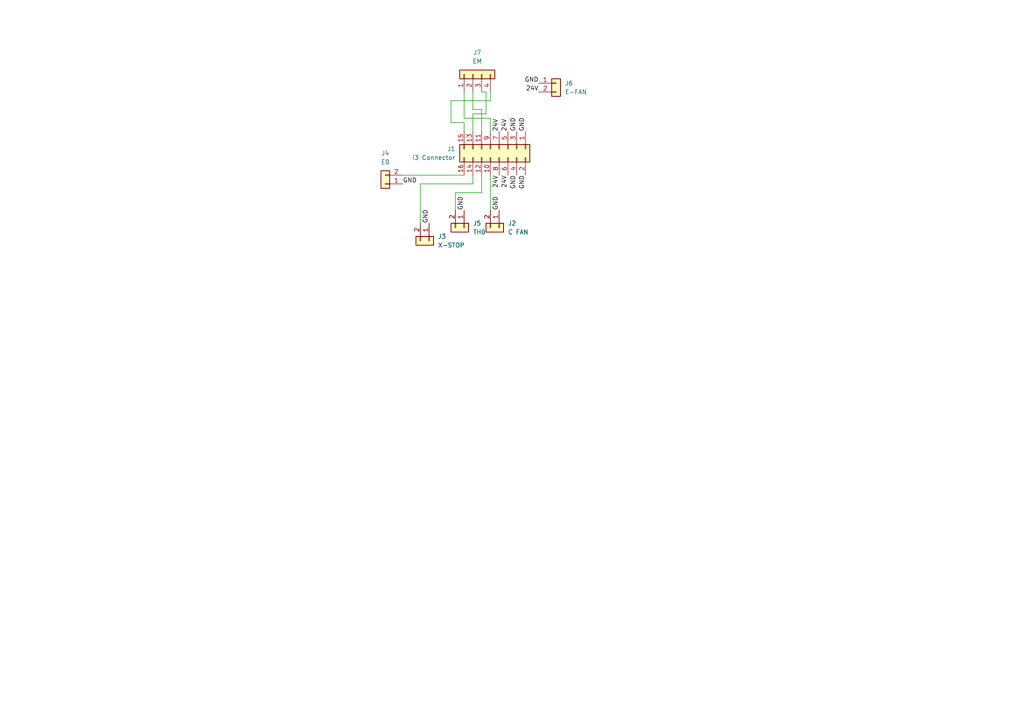
<source format=kicad_sch>
(kicad_sch (version 20250114) (generator "eeschema") (generator_version "9.0")
  (paper "A4")
  (title_block (title "Wanhao I3+ BTT SKR E3 Mini v3.0") (date "2025-07-29") (rev "1") (company "PHiAX"))
  (lib_symbols
    (symbol "Connector_Generic:Conn_01x02" (pin_names (offset 1.016) (hide yes))
      (property "Reference" "J" (at 0 2.54 0))
      (property "Value" "Conn_01x02" (at 0 -5.08 0))
      (symbol "Conn_01x02_1_1"
        (rectangle (start -1.27 1.27) (end 1.27 -3.81) (stroke (width 0.254)) (fill (type background)))
        (rectangle (start -1.27 0.127) (end 0 -0.127) (stroke (width 0.1524)))
        (rectangle (start -1.27 -2.413) (end 0 -2.667) (stroke (width 0.1524)))
        (pin passive line (at -5.08 0 0) (length 3.81) (name "Pin_1") (number "1"))
        (pin passive line (at -5.08 -2.54 0) (length 3.81) (name "Pin_2") (number "2"))
      )
    )
    (symbol "Connector_Generic:Conn_01x04" (pin_names (offset 1.016) (hide yes))
      (property "Reference" "J" (at 0 5.08 0))
      (property "Value" "Conn_01x04" (at 0 -7.62 0))
      (symbol "Conn_01x04_1_1"
        (rectangle (start -1.27 3.81) (end 1.27 -6.35) (stroke (width 0.254)) (fill (type background)))
        (rectangle (start -1.27 2.667) (end 0 2.413) (stroke (width 0.1524)))
        (rectangle (start -1.27 0.127) (end 0 -0.127) (stroke (width 0.1524)))
        (rectangle (start -1.27 -2.413) (end 0 -2.667) (stroke (width 0.1524)))
        (rectangle (start -1.27 -4.953) (end 0 -5.207) (stroke (width 0.1524)))
        (pin passive line (at -5.08 2.54 0) (length 3.81) (name "Pin_1") (number "1"))
        (pin passive line (at -5.08 0 0) (length 3.81) (name "Pin_2") (number "2"))
        (pin passive line (at -5.08 -2.54 0) (length 3.81) (name "Pin_3") (number "3"))
        (pin passive line (at -5.08 -5.08 0) (length 3.81) (name "Pin_4") (number "4"))
      )
    )
    (symbol "Connector_Generic:Conn_02x08_Odd_Even" (pin_names (offset 1.016) (hide yes))
      (property "Reference" "J" (at 1.27 10.16 0))
      (property "Value" "Conn_02x08_Odd_Even" (at 1.27 -12.7 0))
      (symbol "Conn_02x08_Odd_Even_1_1"
        (rectangle (start -1.27 8.89) (end 3.81 -11.43) (stroke (width 0.254)) (fill (type background)))
        (rectangle (start -1.27 7.747) (end 0 7.493) (stroke (width 0.1524)))
        (rectangle (start -1.27 5.207) (end 0 4.953) (stroke (width 0.1524)))
        (rectangle (start -1.27 2.667) (end 0 2.413) (stroke (width 0.1524)))
        (rectangle (start -1.27 0.127) (end 0 -0.127) (stroke (width 0.1524)))
        (rectangle (start -1.27 -2.413) (end 0 -2.667) (stroke (width 0.1524)))
        (rectangle (start -1.27 -4.953) (end 0 -5.207) (stroke (width 0.1524)))
        (rectangle (start -1.27 -7.493) (end 0 -7.747) (stroke (width 0.1524)))
        (rectangle (start -1.27 -10.033) (end 0 -10.287) (stroke (width 0.1524)))
        (rectangle (start 3.81 7.747) (end 2.54 7.493) (stroke (width 0.1524)))
        (rectangle (start 3.81 5.207) (end 2.54 4.953) (stroke (width 0.1524)))
        (rectangle (start 3.81 2.667) (end 2.54 2.413) (stroke (width 0.1524)))
        (rectangle (start 3.81 0.127) (end 2.54 -0.127) (stroke (width 0.1524)))
        (rectangle (start 3.81 -2.413) (end 2.54 -2.667) (stroke (width 0.1524)))
        (rectangle (start 3.81 -4.953) (end 2.54 -5.207) (stroke (width 0.1524)))
        (rectangle (start 3.81 -7.493) (end 2.54 -7.747) (stroke (width 0.1524)))
        (rectangle (start 3.81 -10.033) (end 2.54 -10.287) (stroke (width 0.1524)))
        (pin passive line (at -5.08 7.62 0) (length 3.81) (name "Pin_1") (number "1"))
        (pin passive line (at -5.08 5.08 0) (length 3.81) (name "Pin_3") (number "3"))
        (pin passive line (at -5.08 2.54 0) (length 3.81) (name "Pin_5") (number "5"))
        (pin passive line (at -5.08 0 0) (length 3.81) (name "Pin_7") (number "7"))
        (pin passive line (at -5.08 -2.54 0) (length 3.81) (name "Pin_9") (number "9"))
        (pin passive line (at -5.08 -5.08 0) (length 3.81) (name "Pin_11") (number "11"))
        (pin passive line (at -5.08 -7.62 0) (length 3.81) (name "Pin_13") (number "13"))
        (pin passive line (at -5.08 -10.16 0) (length 3.81) (name "Pin_15") (number "15"))
        (pin passive line (at 7.62 7.62 180) (length 3.81) (name "Pin_2") (number "2"))
        (pin passive line (at 7.62 5.08 180) (length 3.81) (name "Pin_4") (number "4"))
        (pin passive line (at 7.62 2.54 180) (length 3.81) (name "Pin_6") (number "6"))
        (pin passive line (at 7.62 0 180) (length 3.81) (name "Pin_8") (number "8"))
        (pin passive line (at 7.62 -2.54 180) (length 3.81) (name "Pin_10") (number "10"))
        (pin passive line (at 7.62 -5.08 180) (length 3.81) (name "Pin_12") (number "12"))
        (pin passive line (at 7.62 -7.62 180) (length 3.81) (name "Pin_14") (number "14"))
        (pin passive line (at 7.62 -10.16 180) (length 3.81) (name "Pin_16") (number "16"))
      )
    )
  )
  (wire (pts (xy 139.7 50.8) (xy 139.7 55.88)))
  (wire (pts (xy 139.7 55.88) (xy 132.08 55.88)))
  (wire (pts (xy 130.81 35.56) (xy 130.81 29.21)))
  (wire (pts (xy 137.16 53.34) (xy 137.16 50.8)))
  (wire (pts (xy 139.7 38.1) (xy 139.7 31.75)))
  (wire (pts (xy 116.84 50.8) (xy 134.62 50.8)))
  (wire (pts (xy 137.16 33.02) (xy 140.97 33.02)))
  (wire (pts (xy 121.92 53.34) (xy 137.16 53.34)))
  (wire (pts (xy 142.24 29.21) (xy 142.24 26.67)))
  (wire (pts (xy 139.7 31.75) (xy 137.16 31.75)))
  (wire (pts (xy 137.16 31.75) (xy 137.16 26.67)))
  (wire (pts (xy 142.24 38.1) (xy 142.24 34.29)))
  (wire (pts (xy 142.24 34.29) (xy 134.62 34.29)))
  (wire (pts (xy 132.08 55.88) (xy 132.08 60.96)))
  (wire (pts (xy 142.24 50.8) (xy 142.24 60.96)))
  (wire (pts (xy 134.62 35.56) (xy 130.81 35.56)))
  (wire (pts (xy 134.62 34.29) (xy 134.62 26.67)))
  (wire (pts (xy 137.16 38.1) (xy 137.16 33.02)))
  (wire (pts (xy 140.97 33.02) (xy 140.97 26.67)))
  (wire (pts (xy 130.81 29.21) (xy 142.24 29.21)))
  (wire (pts (xy 140.97 26.67) (xy 139.7 26.67)))
  (wire (pts (xy 134.62 38.1) (xy 134.62 35.56)))
  (wire (pts (xy 121.92 64.77) (xy 121.92 53.34)))
  (label "GND" (at 149.86 38.1 90))
  (label "24V" (at 147.32 50.8 270))
  (label "GND" (at 116.84 53.34 0))
  (label "GND" (at 134.62 60.96 90))
  (label "GND" (at 144.78 60.96 90))
  (label "24V" (at 144.78 50.8 270))
  (label "GND" (at 124.46 64.77 90))
  (label "GND" (at 152.4 50.8 270))
  (label "24V" (at 156.21 26.67 180))
  (label "24V" (at 144.78 38.1 90))
  (label "GND" (at 152.4 38.1 90))
  (label "24V" (at 147.32 38.1 90))
  (label "GND" (at 149.86 50.8 270))
  (label "GND" (at 156.21 24.13 180))
  (symbol (lib_id "Connector_Generic:Conn_01x02") (at 161.29 24.13 0) (unit 1)
    (property "Reference" "J6" (at 163.83 24.1299 0) (effects (justify left)))
    (property "Value" "E-FAN" (at 163.83 26.6699 0) (effects (justify left)))
    (property "Footprint" "Connector_JST:JST_XH_B2B-XH-A_1x02_P2.50mm_Vertical" (effects (hide yes)))
    (property "Description" "Generic connector, single row, 01x02, script generated (kicad-library-utils/schlib/autogen/connector/)" (effects (hide yes)))
  )
  (symbol (lib_id "Connector_Generic:Conn_01x02") (at 134.62 66.04 270) (unit 1)
    (property "Reference" "J5" (at 137.16 64.7699 90) (effects (justify left)))
    (property "Value" "TH0" (at 137.16 67.3099 90) (effects (justify left)))
    (property "Footprint" "Connector_JST:JST_XH_B2B-XH-A_1x02_P2.50mm_Vertical" (effects (hide yes)))
    (property "Description" "Generic connector, single row, 01x02, script generated (kicad-library-utils/schlib/autogen/connector/)" (effects (hide yes)))
  )
  (symbol (lib_id "Connector_Generic:Conn_02x08_Odd_Even") (at 144.78 43.18 270) (unit 1)
    (property "Reference" "J1" (at 132.08 43.1799 90) (effects (justify right)))
    (property "Value" "i3 Connector" (at 132.08 45.7199 90) (effects (justify right)))
    (property "Footprint" "Connector_IDC:IDC-Header_2x08_P2.54mm_Vertical" (effects (hide yes)))
    (property "Description" "Generic connector, double row, 02x08, odd/even pin numbering scheme (row 1 odd numbers, row 2 even numbers), script generated (kicad-library-utils/schlib/autogen/connector/)" (effects (hide yes)))
  )
  (symbol (lib_id "Connector_Generic:Conn_01x04") (at 137.16 21.59 90) (unit 1)
    (property "Reference" "J7" (at 138.43 15.24 90))
    (property "Value" "EM" (at 138.43 17.78 90))
    (property "Footprint" "Connector_JST:JST_XH_B4B-XH-A_1x04_P2.50mm_Vertical" (effects (hide yes)))
    (property "Description" "Generic connector, single row, 01x04, script generated (kicad-library-utils/schlib/autogen/connector/)" (effects (hide yes)))
  )
  (symbol (lib_id "Connector_Generic:Conn_01x02") (at 144.78 66.04 270) (unit 1)
    (property "Reference" "J2" (at 147.32 64.7699 90) (effects (justify left)))
    (property "Value" "C FAN" (at 147.32 67.3099 90) (effects (justify left)))
    (property "Footprint" "Connector_JST:JST_XH_B2B-XH-A_1x02_P2.50mm_Vertical" (effects (hide yes)))
    (property "Description" "Generic connector, single row, 01x02, script generated (kicad-library-utils/schlib/autogen/connector/)" (effects (hide yes)))
  )
  (symbol (lib_id "Connector_Generic:Conn_01x02") (at 111.76 53.34 180) (unit 1)
    (property "Reference" "J4" (at 111.76 44.45 0))
    (property "Value" "E0" (at 111.76 46.99 0))
    (property "Footprint" "Connector_JST:JST_XH_B2B-XH-A_1x02_P2.50mm_Vertical" (effects (hide yes)))
    (property "Description" "Generic connector, single row, 01x02, script generated (kicad-library-utils/schlib/autogen/connector/)" (effects (hide yes)))
  )
  (symbol (lib_id "Connector_Generic:Conn_01x02") (at 124.46 69.85 270) (unit 1)
    (property "Reference" "J3" (at 127 68.5799 90) (effects (justify left)))
    (property "Value" "X-STOP" (at 127 71.1199 90) (effects (justify left)))
    (property "Footprint" "Connector_JST:JST_XH_B2B-XH-A_1x02_P2.50mm_Vertical" (effects (hide yes)))
    (property "Description" "Generic connector, single row, 01x02, script generated (kicad-library-utils/schlib/autogen/connector/)" (effects (hide yes)))
  )
)
</source>
